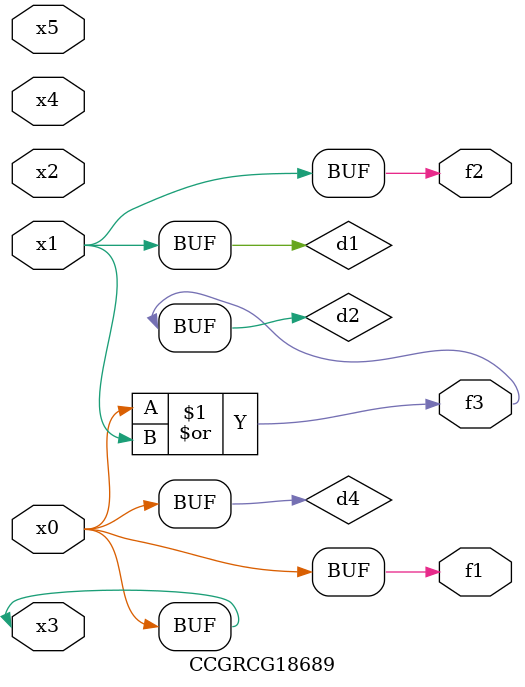
<source format=v>
module CCGRCG18689(
	input x0, x1, x2, x3, x4, x5,
	output f1, f2, f3
);

	wire d1, d2, d3, d4;

	and (d1, x1);
	or (d2, x0, x1);
	nand (d3, x0, x5);
	buf (d4, x0, x3);
	assign f1 = d4;
	assign f2 = d1;
	assign f3 = d2;
endmodule

</source>
